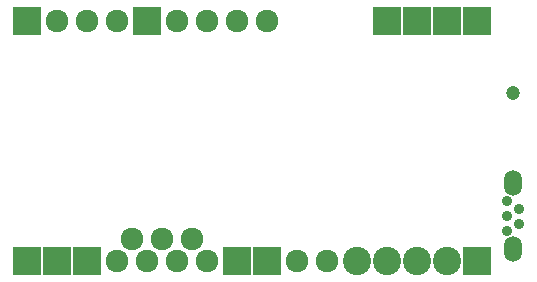
<source format=gbr>
G04 #@! TF.FileFunction,Soldermask,Bot*
%FSLAX46Y46*%
G04 Gerber Fmt 4.6, Leading zero omitted, Abs format (unit mm)*
G04 Created by KiCad (PCBNEW 4.0.6) date 07/20/17 15:58:59*
%MOMM*%
%LPD*%
G01*
G04 APERTURE LIST*
%ADD10C,0.100000*%
%ADD11R,2.400000X2.400000*%
%ADD12R,2.398980X2.398980*%
%ADD13R,2.400000X2.398980*%
%ADD14C,2.398980*%
%ADD15C,1.924000*%
%ADD16C,1.200000*%
%ADD17O,1.500000X2.200000*%
%ADD18C,0.900000*%
G04 APERTURE END LIST*
D10*
D11*
X158750000Y-93980000D03*
X191770000Y-93980000D03*
X163830000Y-73660000D03*
D12*
X156210000Y-93980000D03*
D13*
X153670000Y-93980000D03*
D11*
X189230000Y-73660000D03*
X191770000Y-73660000D03*
X184150000Y-73660000D03*
X186690000Y-73660000D03*
D14*
X189230000Y-93980000D03*
X186690000Y-93980000D03*
X184150000Y-93980000D03*
X181610000Y-93980000D03*
D15*
X176530000Y-93980000D03*
D11*
X173990000Y-93980000D03*
X171450000Y-93980000D03*
D15*
X162560000Y-92075000D03*
X161290000Y-93980000D03*
X165100000Y-92075000D03*
X166370000Y-93980000D03*
X167640000Y-92075000D03*
X168910000Y-93980000D03*
X163830000Y-93980000D03*
X173990000Y-73660000D03*
X168910000Y-73660000D03*
X179070000Y-93980000D03*
X161290000Y-73660000D03*
X166370000Y-73660000D03*
X171450000Y-73660000D03*
X156210000Y-73660000D03*
X158750000Y-73660000D03*
D16*
X194818000Y-79756000D03*
D11*
X153670000Y-73660000D03*
D17*
X194818000Y-92964000D03*
X194818000Y-87376000D03*
D18*
X195326000Y-90805000D03*
X195326000Y-89535000D03*
X194310000Y-88900000D03*
X194310000Y-90170000D03*
X194310000Y-91440000D03*
M02*

</source>
